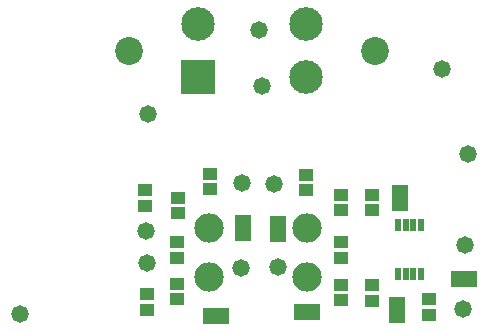
<source format=gbs>
%FSLAX23Y23*%
%MOIN*%
%SFA1B1*%

%IPPOS*%
%ADD19R,0.088710X0.053280*%
%ADD21R,0.024540X0.043000*%
%ADD22C,0.098000*%
%ADD23C,0.111940*%
%ADD24C,0.093040*%
%ADD25R,0.111940X0.111940*%
%ADD26C,0.058000*%
%ADD35R,0.053280X0.088710*%
%ADD36R,0.045400X0.041470*%
%ADD37R,0.047370X0.043430*%
%LNegt_can-1*%
%LPD*%
G54D19*
X1229Y75D03*
X1755Y188D03*
X926Y63D03*
G54D21*
X1610Y202D03*
X1584D03*
X1559D03*
X1533D03*
X1610Y367D03*
X1584D03*
X1559D03*
X1533D03*
G54D22*
X905Y358D03*
Y193D03*
X1230Y358D03*
Y193D03*
G54D23*
X868Y1036D03*
X1228D03*
Y860D03*
G54D24*
X638Y948D03*
X1458D03*
G54D25*
X868Y860D03*
G54D26*
X699Y737D03*
X1680Y885D03*
X1070Y1017D03*
X1079Y829D03*
X1122Y502D03*
X1012Y222D03*
X1134Y225D03*
X1014Y505D03*
X1767Y602D03*
X695Y347D03*
X275Y69D03*
X697Y240D03*
X1756Y300D03*
X1751Y85D03*
G54D35*
X1016Y356D03*
X1135Y354D03*
X1531Y82D03*
X1542Y456D03*
G54D36*
X1344Y117D03*
Y168D03*
Y415D03*
Y466D03*
X1226Y533D03*
Y482D03*
X906Y536D03*
Y485D03*
X798Y170D03*
Y119D03*
X799Y458D03*
Y407D03*
G54D37*
X1447Y415D03*
Y468D03*
X1344Y258D03*
Y311D03*
X1448Y112D03*
Y165D03*
X1636Y68D03*
Y121D03*
X698Y137D03*
Y84D03*
X692Y484D03*
Y431D03*
X797Y309D03*
Y256D03*
M02*
</source>
